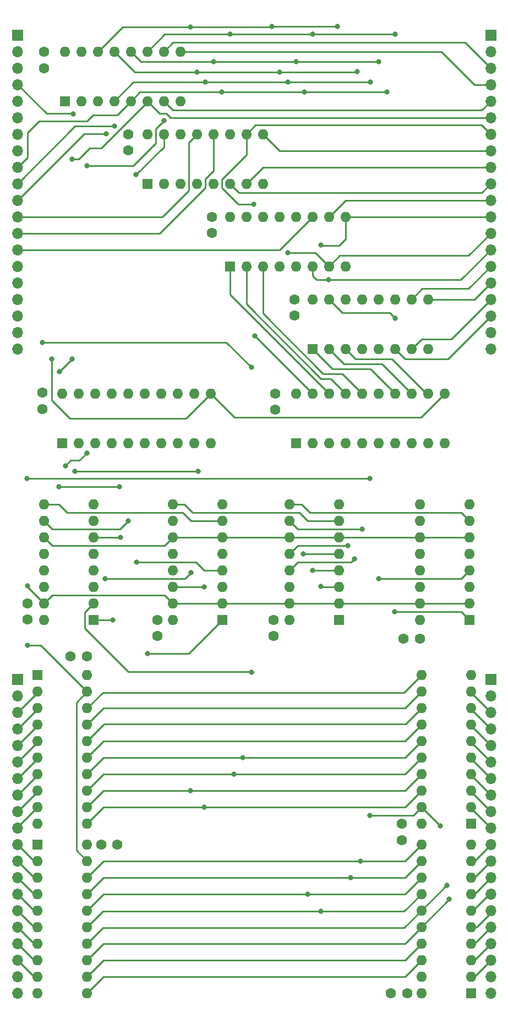
<source format=gbr>
%TF.GenerationSoftware,KiCad,Pcbnew,7.0.6-0*%
%TF.CreationDate,2023-08-04T10:28:54-07:00*%
%TF.ProjectId,V503,56353033-2e6b-4696-9361-645f70636258,rev?*%
%TF.SameCoordinates,Original*%
%TF.FileFunction,Copper,L1,Top*%
%TF.FilePolarity,Positive*%
%FSLAX46Y46*%
G04 Gerber Fmt 4.6, Leading zero omitted, Abs format (unit mm)*
G04 Created by KiCad (PCBNEW 7.0.6-0) date 2023-08-04 10:28:54*
%MOMM*%
%LPD*%
G01*
G04 APERTURE LIST*
%TA.AperFunction,ComponentPad*%
%ADD10R,1.600000X1.600000*%
%TD*%
%TA.AperFunction,ComponentPad*%
%ADD11O,1.600000X1.600000*%
%TD*%
%TA.AperFunction,ComponentPad*%
%ADD12C,1.600000*%
%TD*%
%TA.AperFunction,ComponentPad*%
%ADD13R,1.700000X1.700000*%
%TD*%
%TA.AperFunction,ComponentPad*%
%ADD14O,1.700000X1.700000*%
%TD*%
%TA.AperFunction,ViaPad*%
%ADD15C,0.800000*%
%TD*%
%TA.AperFunction,Conductor*%
%ADD16C,0.250000*%
%TD*%
G04 APERTURE END LIST*
D10*
%TO.P,U4,1,D2*%
%TO.N,HLD5*%
X56388000Y-53975000D03*
D11*
%TO.P,U4,2,D3*%
%TO.N,HLD6*%
X58928000Y-53975000D03*
%TO.P,U4,3,D4*%
%TO.N,HLD7*%
X61468000Y-53975000D03*
%TO.P,U4,4,Rb*%
%TO.N,Rb*%
X64008000Y-53975000D03*
%TO.P,U4,5,Ra*%
%TO.N,Ra*%
X66548000Y-53975000D03*
%TO.P,U4,6,Q4*%
%TO.N,SYSADDR7*%
X69088000Y-53975000D03*
%TO.P,U4,7,Q3*%
%TO.N,SYSADDR6*%
X71628000Y-53975000D03*
%TO.P,U4,8,GND*%
%TO.N,GND*%
X74168000Y-53975000D03*
%TO.P,U4,9,Q2*%
%TO.N,SYSADDR5*%
X74168000Y-46355000D03*
%TO.P,U4,10,Q1*%
%TO.N,SYSADDR4*%
X71628000Y-46355000D03*
%TO.P,U4,11,~{Er}*%
%TO.N,~{Er}*%
X69088000Y-46355000D03*
%TO.P,U4,12,~{Ew}*%
%TO.N,~{Ew}*%
X66548000Y-46355000D03*
%TO.P,U4,13,Wb*%
%TO.N,Wb*%
X64008000Y-46355000D03*
%TO.P,U4,14,Wa*%
%TO.N,Wa*%
X61468000Y-46355000D03*
%TO.P,U4,15,D1*%
%TO.N,HLD4*%
X58928000Y-46355000D03*
%TO.P,U4,16,VCC*%
%TO.N,VCC*%
X56388000Y-46355000D03*
%TD*%
D10*
%TO.P,U3,1,OE*%
%TO.N,GND*%
X43307000Y-93853000D03*
D11*
%TO.P,U3,2,D0*%
%TO.N,SUM0*%
X45847000Y-93853000D03*
%TO.P,U3,3,D1*%
%TO.N,SUM1*%
X48387000Y-93853000D03*
%TO.P,U3,4,D2*%
%TO.N,SUM2*%
X50927000Y-93853000D03*
%TO.P,U3,5,D3*%
%TO.N,SUM3*%
X53467000Y-93853000D03*
%TO.P,U3,6,D4*%
%TO.N,SUM4*%
X56007000Y-93853000D03*
%TO.P,U3,7,D5*%
%TO.N,SUM5*%
X58547000Y-93853000D03*
%TO.P,U3,8,D6*%
%TO.N,SUM6*%
X61087000Y-93853000D03*
%TO.P,U3,9,D7*%
%TO.N,SUM7*%
X63627000Y-93853000D03*
%TO.P,U3,10,GND*%
%TO.N,GND*%
X66167000Y-93853000D03*
%TO.P,U3,11,Cp*%
%TO.N,SYSCLK*%
X66167000Y-86233000D03*
%TO.P,U3,12,Q7*%
%TO.N,HLD7*%
X63627000Y-86233000D03*
%TO.P,U3,13,Q6*%
%TO.N,HLD6*%
X61087000Y-86233000D03*
%TO.P,U3,14,Q5*%
%TO.N,HLD5*%
X58547000Y-86233000D03*
%TO.P,U3,15,Q4*%
%TO.N,HLD4*%
X56007000Y-86233000D03*
%TO.P,U3,16,Q3*%
%TO.N,HLD3*%
X53467000Y-86233000D03*
%TO.P,U3,17,Q2*%
%TO.N,HLD2*%
X50927000Y-86233000D03*
%TO.P,U3,18,Q1*%
%TO.N,HLD1*%
X48387000Y-86233000D03*
%TO.P,U3,19,Q0*%
%TO.N,HLD0*%
X45847000Y-86233000D03*
%TO.P,U3,20,VCC*%
%TO.N,VCC*%
X43307000Y-86233000D03*
%TD*%
D12*
%TO.P,C9,1*%
%TO.N,VCC*%
X78994000Y-71775000D03*
%TO.P,C9,2*%
%TO.N,GND*%
X78994000Y-74275000D03*
%TD*%
%TO.P,C5,1*%
%TO.N,VCC*%
X57912000Y-121031000D03*
%TO.P,C5,2*%
%TO.N,GND*%
X57912000Y-123531000D03*
%TD*%
D10*
%TO.P,U12,1,A->B*%
%TO.N,VCC*%
X39497000Y-155575000D03*
D11*
%TO.P,U12,2,A0*%
%TO.N,ALU8*%
X39497000Y-158115000D03*
%TO.P,U12,3,A1*%
%TO.N,ALU9*%
X39497000Y-160655000D03*
%TO.P,U12,4,A2*%
%TO.N,ALU10*%
X39497000Y-163195000D03*
%TO.P,U12,5,A3*%
%TO.N,ALU11*%
X39497000Y-165735000D03*
%TO.P,U12,6,A4*%
%TO.N,ALU12*%
X39497000Y-168275000D03*
%TO.P,U12,7,A5*%
%TO.N,ALU13*%
X39497000Y-170815000D03*
%TO.P,U12,8,A6*%
%TO.N,ALU14*%
X39497000Y-173355000D03*
%TO.P,U12,9,A7*%
%TO.N,ALU15*%
X39497000Y-175895000D03*
%TO.P,U12,10,GND*%
%TO.N,GND*%
X39497000Y-178435000D03*
%TO.P,U12,11,B7*%
%TO.N,SYSADDR15*%
X47117000Y-178435000D03*
%TO.P,U12,12,B6*%
%TO.N,SYSADDR14*%
X47117000Y-175895000D03*
%TO.P,U12,13,B5*%
%TO.N,SYSADDR13*%
X47117000Y-173355000D03*
%TO.P,U12,14,B4*%
%TO.N,SYSADDR12*%
X47117000Y-170815000D03*
%TO.P,U12,15,B3*%
%TO.N,SYSADDR11*%
X47117000Y-168275000D03*
%TO.P,U12,16,B2*%
%TO.N,SYSADDR10*%
X47117000Y-165735000D03*
%TO.P,U12,17,B1*%
%TO.N,SYSADDR9*%
X47117000Y-163195000D03*
%TO.P,U12,18,B0*%
%TO.N,SYSADDR8*%
X47117000Y-160655000D03*
%TO.P,U12,19,CE*%
%TO.N,~{ALUtoA}*%
X47117000Y-158115000D03*
%TO.P,U12,20,VCC*%
%TO.N,VCC*%
X47117000Y-155575000D03*
%TD*%
D12*
%TO.P,C7,1*%
%TO.N,VCC*%
X66294000Y-59075000D03*
%TO.P,C7,2*%
%TO.N,GND*%
X66294000Y-61575000D03*
%TD*%
D10*
%TO.P,U9,1,D2*%
%TO.N,HLD13*%
X81803000Y-79365000D03*
D11*
%TO.P,U9,2,D3*%
%TO.N,HLD14*%
X84343000Y-79365000D03*
%TO.P,U9,3,D4*%
%TO.N,HLD15*%
X86883000Y-79365000D03*
%TO.P,U9,4,Rb*%
%TO.N,Rb*%
X89423000Y-79365000D03*
%TO.P,U9,5,Ra*%
%TO.N,Ra*%
X91963000Y-79365000D03*
%TO.P,U9,6,Q4*%
%TO.N,SYSADDR15*%
X94503000Y-79365000D03*
%TO.P,U9,7,Q3*%
%TO.N,SYSADDR14*%
X97043000Y-79365000D03*
%TO.P,U9,8,GND*%
%TO.N,GND*%
X99583000Y-79365000D03*
%TO.P,U9,9,Q2*%
%TO.N,SYSADDR13*%
X99583000Y-71745000D03*
%TO.P,U9,10,Q1*%
%TO.N,SYSADDR12*%
X97043000Y-71745000D03*
%TO.P,U9,11,~{Er}*%
%TO.N,~{Er}*%
X94503000Y-71745000D03*
%TO.P,U9,12,~{Ew}*%
%TO.N,~{Ew}*%
X91963000Y-71745000D03*
%TO.P,U9,13,Wb*%
%TO.N,Wb*%
X89423000Y-71745000D03*
%TO.P,U9,14,Wa*%
%TO.N,Wa*%
X86883000Y-71745000D03*
%TO.P,U9,15,D1*%
%TO.N,HLD12*%
X84343000Y-71745000D03*
%TO.P,U9,16,VCC*%
%TO.N,VCC*%
X81803000Y-71745000D03*
%TD*%
D10*
%TO.P,U6,1,OE*%
%TO.N,GND*%
X79248000Y-93853000D03*
D11*
%TO.P,U6,2,D0*%
%TO.N,SUM8*%
X81788000Y-93853000D03*
%TO.P,U6,3,D1*%
%TO.N,SUM9*%
X84328000Y-93853000D03*
%TO.P,U6,4,D2*%
%TO.N,SUM10*%
X86868000Y-93853000D03*
%TO.P,U6,5,D3*%
%TO.N,SUM11*%
X89408000Y-93853000D03*
%TO.P,U6,6,D4*%
%TO.N,SUM12*%
X91948000Y-93853000D03*
%TO.P,U6,7,D5*%
%TO.N,SUM13*%
X94488000Y-93853000D03*
%TO.P,U6,8,D6*%
%TO.N,SUM14*%
X97028000Y-93853000D03*
%TO.P,U6,9,D7*%
%TO.N,SUM15*%
X99568000Y-93853000D03*
%TO.P,U6,10,GND*%
%TO.N,GND*%
X102108000Y-93853000D03*
%TO.P,U6,11,Cp*%
%TO.N,SYSCLK*%
X102108000Y-86233000D03*
%TO.P,U6,12,Q7*%
%TO.N,HLD15*%
X99568000Y-86233000D03*
%TO.P,U6,13,Q6*%
%TO.N,HLD14*%
X97028000Y-86233000D03*
%TO.P,U6,14,Q5*%
%TO.N,HLD13*%
X94488000Y-86233000D03*
%TO.P,U6,15,Q4*%
%TO.N,HLD12*%
X91948000Y-86233000D03*
%TO.P,U6,16,Q3*%
%TO.N,HLD11*%
X89408000Y-86233000D03*
%TO.P,U6,17,Q2*%
%TO.N,HLD10*%
X86868000Y-86233000D03*
%TO.P,U6,18,Q1*%
%TO.N,HLD9*%
X84328000Y-86233000D03*
%TO.P,U6,19,Q0*%
%TO.N,HLD8*%
X81788000Y-86233000D03*
%TO.P,U6,20,VCC*%
%TO.N,VCC*%
X79248000Y-86233000D03*
%TD*%
D10*
%TO.P,U2,1,S2*%
%TO.N,SUM1*%
X48123000Y-121016000D03*
D11*
%TO.P,U2,2,B2*%
%TO.N,SRC2:1*%
X48123000Y-118476000D03*
%TO.P,U2,3,A2*%
%TO.N,SYSADDR1*%
X48123000Y-115936000D03*
%TO.P,U2,4,S1*%
%TO.N,SUM0*%
X48123000Y-113396000D03*
%TO.P,U2,5,A1*%
%TO.N,SYSADDR0*%
X48123000Y-110856000D03*
%TO.P,U2,6,B1*%
%TO.N,SRC2:0*%
X48123000Y-108316000D03*
%TO.P,U2,7,C0*%
%TO.N,GND*%
X48123000Y-105776000D03*
%TO.P,U2,8,GND*%
X48123000Y-103236000D03*
%TO.P,U2,9,C4*%
%TO.N,CO4*%
X40503000Y-103236000D03*
%TO.P,U2,10,S4*%
%TO.N,SUM3*%
X40503000Y-105776000D03*
%TO.P,U2,11,B4*%
%TO.N,SRC2:2*%
X40503000Y-108316000D03*
%TO.P,U2,12,A4*%
%TO.N,SYSADDR3*%
X40503000Y-110856000D03*
%TO.P,U2,13,S3*%
%TO.N,SUM2*%
X40503000Y-113396000D03*
%TO.P,U2,14,A3*%
%TO.N,SYSADDR2*%
X40503000Y-115936000D03*
%TO.P,U2,15,B3*%
%TO.N,SRC2:2*%
X40503000Y-118476000D03*
%TO.P,U2,16,VCC*%
%TO.N,VCC*%
X40503000Y-121016000D03*
%TD*%
D10*
%TO.P,U1,1,D2*%
%TO.N,HLD1*%
X43688000Y-41275000D03*
D11*
%TO.P,U1,2,D3*%
%TO.N,HLD2*%
X46228000Y-41275000D03*
%TO.P,U1,3,D4*%
%TO.N,HLD3*%
X48768000Y-41275000D03*
%TO.P,U1,4,Rb*%
%TO.N,Rb*%
X51308000Y-41275000D03*
%TO.P,U1,5,Ra*%
%TO.N,Ra*%
X53848000Y-41275000D03*
%TO.P,U1,6,Q4*%
%TO.N,SYSADDR3*%
X56388000Y-41275000D03*
%TO.P,U1,7,Q3*%
%TO.N,SYSADDR2*%
X58928000Y-41275000D03*
%TO.P,U1,8,GND*%
%TO.N,GND*%
X61468000Y-41275000D03*
%TO.P,U1,9,Q2*%
%TO.N,SYSADDR1*%
X61468000Y-33655000D03*
%TO.P,U1,10,Q1*%
%TO.N,SYSADDR0*%
X58928000Y-33655000D03*
%TO.P,U1,11,~{Er}*%
%TO.N,~{Er}*%
X56388000Y-33655000D03*
%TO.P,U1,12,~{Ew}*%
%TO.N,~{Ew}*%
X53848000Y-33655000D03*
%TO.P,U1,13,Wb*%
%TO.N,Wb*%
X51308000Y-33655000D03*
%TO.P,U1,14,Wa*%
%TO.N,Wa*%
X48768000Y-33655000D03*
%TO.P,U1,15,D1*%
%TO.N,HLD0*%
X46228000Y-33655000D03*
%TO.P,U1,16,VCC*%
%TO.N,VCC*%
X43688000Y-33655000D03*
%TD*%
D12*
%TO.P,C13,1*%
%TO.N,VCC*%
X95504000Y-152400000D03*
%TO.P,C13,2*%
%TO.N,GND*%
X95504000Y-154900000D03*
%TD*%
D10*
%TO.P,U7,1,D2*%
%TO.N,HLD9*%
X69103000Y-66665000D03*
D11*
%TO.P,U7,2,D3*%
%TO.N,HLD10*%
X71643000Y-66665000D03*
%TO.P,U7,3,D4*%
%TO.N,HLD11*%
X74183000Y-66665000D03*
%TO.P,U7,4,Rb*%
%TO.N,Rb*%
X76723000Y-66665000D03*
%TO.P,U7,5,Ra*%
%TO.N,Ra*%
X79263000Y-66665000D03*
%TO.P,U7,6,Q4*%
%TO.N,SYSADDR11*%
X81803000Y-66665000D03*
%TO.P,U7,7,Q3*%
%TO.N,SYSADDR10*%
X84343000Y-66665000D03*
%TO.P,U7,8,GND*%
%TO.N,GND*%
X86883000Y-66665000D03*
%TO.P,U7,9,Q2*%
%TO.N,SYSADDR9*%
X86883000Y-59045000D03*
%TO.P,U7,10,Q1*%
%TO.N,SYSADDR8*%
X84343000Y-59045000D03*
%TO.P,U7,11,~{Er}*%
%TO.N,~{Er}*%
X81803000Y-59045000D03*
%TO.P,U7,12,~{Ew}*%
%TO.N,~{Ew}*%
X79263000Y-59045000D03*
%TO.P,U7,13,Wb*%
%TO.N,Wb*%
X76723000Y-59045000D03*
%TO.P,U7,14,Wa*%
%TO.N,Wa*%
X74183000Y-59045000D03*
%TO.P,U7,15,D1*%
%TO.N,HLD8*%
X71643000Y-59045000D03*
%TO.P,U7,16,VCC*%
%TO.N,VCC*%
X69103000Y-59045000D03*
%TD*%
D10*
%TO.P,U5,1,S2*%
%TO.N,SUM5*%
X67945000Y-121031000D03*
D11*
%TO.P,U5,2,B2*%
%TO.N,SRC2:2*%
X67945000Y-118491000D03*
%TO.P,U5,3,A2*%
%TO.N,SYSADDR5*%
X67945000Y-115951000D03*
%TO.P,U5,4,S1*%
%TO.N,SUM4*%
X67945000Y-113411000D03*
%TO.P,U5,5,A1*%
%TO.N,SYSADDR4*%
X67945000Y-110871000D03*
%TO.P,U5,6,B1*%
%TO.N,SRC2:2*%
X67945000Y-108331000D03*
%TO.P,U5,7,C0*%
%TO.N,CO4*%
X67945000Y-105791000D03*
%TO.P,U5,8,GND*%
%TO.N,GND*%
X67945000Y-103251000D03*
%TO.P,U5,9,C4*%
%TO.N,CO8*%
X60325000Y-103251000D03*
%TO.P,U5,10,S4*%
%TO.N,SUM7*%
X60325000Y-105791000D03*
%TO.P,U5,11,B4*%
%TO.N,SRC2:2*%
X60325000Y-108331000D03*
%TO.P,U5,12,A4*%
%TO.N,SYSADDR7*%
X60325000Y-110871000D03*
%TO.P,U5,13,S3*%
%TO.N,SUM6*%
X60325000Y-113411000D03*
%TO.P,U5,14,A3*%
%TO.N,SYSADDR6*%
X60325000Y-115951000D03*
%TO.P,U5,15,B3*%
%TO.N,SRC2:2*%
X60325000Y-118491000D03*
%TO.P,U5,16,VCC*%
%TO.N,VCC*%
X60325000Y-121031000D03*
%TD*%
D12*
%TO.P,C14,1*%
%TO.N,VCC*%
X96373000Y-178435000D03*
%TO.P,C14,2*%
%TO.N,GND*%
X93873000Y-178435000D03*
%TD*%
D10*
%TO.P,U10,1,S2*%
%TO.N,SUM13*%
X105918000Y-121031000D03*
D11*
%TO.P,U10,2,B2*%
%TO.N,SRC2:2*%
X105918000Y-118491000D03*
%TO.P,U10,3,A2*%
%TO.N,SYSADDR13*%
X105918000Y-115951000D03*
%TO.P,U10,4,S1*%
%TO.N,SUM12*%
X105918000Y-113411000D03*
%TO.P,U10,5,A1*%
%TO.N,SYSADDR12*%
X105918000Y-110871000D03*
%TO.P,U10,6,B1*%
%TO.N,SRC2:2*%
X105918000Y-108331000D03*
%TO.P,U10,7,C0*%
%TO.N,CO12*%
X105918000Y-105791000D03*
%TO.P,U10,8,GND*%
%TO.N,GND*%
X105918000Y-103251000D03*
%TO.P,U10,9,C4*%
%TO.N,unconnected-(U10-C4-Pad9)*%
X98298000Y-103251000D03*
%TO.P,U10,10,S4*%
%TO.N,SUM15*%
X98298000Y-105791000D03*
%TO.P,U10,11,B4*%
%TO.N,SRC2:2*%
X98298000Y-108331000D03*
%TO.P,U10,12,A4*%
%TO.N,SYSADDR15*%
X98298000Y-110871000D03*
%TO.P,U10,13,S3*%
%TO.N,SUM14*%
X98298000Y-113411000D03*
%TO.P,U10,14,A3*%
%TO.N,SYSADDR14*%
X98298000Y-115951000D03*
%TO.P,U10,15,B3*%
%TO.N,SRC2:2*%
X98298000Y-118491000D03*
%TO.P,U10,16,VCC*%
%TO.N,VCC*%
X98298000Y-121031000D03*
%TD*%
D12*
%TO.P,C3,1*%
%TO.N,VCC*%
X40259000Y-86126000D03*
%TO.P,C3,2*%
%TO.N,GND*%
X40259000Y-88626000D03*
%TD*%
%TO.P,C11,1*%
%TO.N,VCC*%
X47097000Y-126619000D03*
%TO.P,C11,2*%
%TO.N,GND*%
X44597000Y-126619000D03*
%TD*%
%TO.P,C8,1*%
%TO.N,VCC*%
X75819000Y-121051000D03*
%TO.P,C8,2*%
%TO.N,GND*%
X75819000Y-123551000D03*
%TD*%
D13*
%TO.P,J1,1,Pin_1*%
%TO.N,VCC*%
X36449000Y-31115000D03*
D14*
%TO.P,J1,2,Pin_2*%
X36449000Y-33655000D03*
%TO.P,J1,3,Pin_3*%
%TO.N,SYSCLK*%
X36449000Y-36195000D03*
%TO.P,J1,4,Pin_4*%
%TO.N,SRC2:0*%
X36449000Y-38735000D03*
%TO.P,J1,5,Pin_5*%
%TO.N,SRC2:1*%
X36449000Y-41275000D03*
%TO.P,J1,6,Pin_6*%
%TO.N,SRC2:2*%
X36449000Y-43815000D03*
%TO.P,J1,7,Pin_7*%
%TO.N,VCC*%
X36449000Y-46355000D03*
%TO.P,J1,8,Pin_8*%
X36449000Y-48895000D03*
%TO.P,J1,9,Pin_9*%
%TO.N,Ra*%
X36449000Y-51435000D03*
%TO.P,J1,10,Pin_10*%
%TO.N,Rb*%
X36449000Y-53975000D03*
%TO.P,J1,11,Pin_11*%
%TO.N,Wa*%
X36449000Y-56515000D03*
%TO.P,J1,12,Pin_12*%
%TO.N,Wb*%
X36449000Y-59055000D03*
%TO.P,J1,13,Pin_13*%
%TO.N,~{Ew}*%
X36449000Y-61595000D03*
%TO.P,J1,14,Pin_14*%
%TO.N,~{Er}*%
X36449000Y-64135000D03*
%TO.P,J1,15,Pin_15*%
%TO.N,VCC*%
X36449000Y-66675000D03*
%TO.P,J1,16,Pin_16*%
X36449000Y-69215000D03*
%TO.P,J1,17,Pin_17*%
%TO.N,~{ALUtoA}*%
X36449000Y-71755000D03*
%TO.P,J1,18,Pin_18*%
%TO.N,~{AtoD}*%
X36449000Y-74295000D03*
%TO.P,J1,19,Pin_19*%
%TO.N,VCC*%
X36449000Y-76835000D03*
%TO.P,J1,20,Pin_20*%
X36449000Y-79375000D03*
%TD*%
D12*
%TO.P,C6,1*%
%TO.N,VCC*%
X76073000Y-86233000D03*
%TO.P,C6,2*%
%TO.N,GND*%
X76073000Y-88733000D03*
%TD*%
D13*
%TO.P,J2,1,Pin_1*%
%TO.N,GND*%
X109220000Y-31115000D03*
D14*
%TO.P,J2,2,Pin_2*%
X109220000Y-33655000D03*
%TO.P,J2,3,Pin_3*%
%TO.N,SYSADDR0*%
X109220000Y-36195000D03*
%TO.P,J2,4,Pin_4*%
%TO.N,SYSADDR1*%
X109220000Y-38735000D03*
%TO.P,J2,5,Pin_5*%
%TO.N,SYSADDR2*%
X109220000Y-41275000D03*
%TO.P,J2,6,Pin_6*%
%TO.N,SYSADDR3*%
X109220000Y-43815000D03*
%TO.P,J2,7,Pin_7*%
%TO.N,SYSADDR4*%
X109220000Y-46355000D03*
%TO.P,J2,8,Pin_8*%
%TO.N,SYSADDR5*%
X109220000Y-48895000D03*
%TO.P,J2,9,Pin_9*%
%TO.N,SYSADDR6*%
X109220000Y-51435000D03*
%TO.P,J2,10,Pin_10*%
%TO.N,SYSADDR7*%
X109220000Y-53975000D03*
%TO.P,J2,11,Pin_11*%
%TO.N,SYSADDR8*%
X109220000Y-56515000D03*
%TO.P,J2,12,Pin_12*%
%TO.N,SYSADDR9*%
X109220000Y-59055000D03*
%TO.P,J2,13,Pin_13*%
%TO.N,SYSADDR10*%
X109220000Y-61595000D03*
%TO.P,J2,14,Pin_14*%
%TO.N,SYSADDR11*%
X109220000Y-64135000D03*
%TO.P,J2,15,Pin_15*%
%TO.N,SYSADDR12*%
X109220000Y-66675000D03*
%TO.P,J2,16,Pin_16*%
%TO.N,SYSADDR13*%
X109220000Y-69215000D03*
%TO.P,J2,17,Pin_17*%
%TO.N,SYSADDR14*%
X109220000Y-71755000D03*
%TO.P,J2,18,Pin_18*%
%TO.N,SYSADDR15*%
X109220000Y-74295000D03*
%TO.P,J2,19,Pin_19*%
%TO.N,GND*%
X109220000Y-76835000D03*
%TO.P,J2,20,Pin_20*%
X109220000Y-79375000D03*
%TD*%
D10*
%TO.P,U11,1,A->B*%
%TO.N,VCC*%
X39497000Y-129540000D03*
D11*
%TO.P,U11,2,A0*%
%TO.N,ALU0*%
X39497000Y-132080000D03*
%TO.P,U11,3,A1*%
%TO.N,ALU1*%
X39497000Y-134620000D03*
%TO.P,U11,4,A2*%
%TO.N,ALU2*%
X39497000Y-137160000D03*
%TO.P,U11,5,A3*%
%TO.N,ALU3*%
X39497000Y-139700000D03*
%TO.P,U11,6,A4*%
%TO.N,ALU4*%
X39497000Y-142240000D03*
%TO.P,U11,7,A5*%
%TO.N,ALU5*%
X39497000Y-144780000D03*
%TO.P,U11,8,A6*%
%TO.N,ALU6*%
X39497000Y-147320000D03*
%TO.P,U11,9,A7*%
%TO.N,ALU7*%
X39497000Y-149860000D03*
%TO.P,U11,10,GND*%
%TO.N,GND*%
X39497000Y-152400000D03*
%TO.P,U11,11,B7*%
%TO.N,SYSADDR7*%
X47117000Y-152400000D03*
%TO.P,U11,12,B6*%
%TO.N,SYSADDR6*%
X47117000Y-149860000D03*
%TO.P,U11,13,B5*%
%TO.N,SYSADDR5*%
X47117000Y-147320000D03*
%TO.P,U11,14,B4*%
%TO.N,SYSADDR4*%
X47117000Y-144780000D03*
%TO.P,U11,15,B3*%
%TO.N,SYSADDR3*%
X47117000Y-142240000D03*
%TO.P,U11,16,B2*%
%TO.N,SYSADDR2*%
X47117000Y-139700000D03*
%TO.P,U11,17,B1*%
%TO.N,SYSADDR1*%
X47117000Y-137160000D03*
%TO.P,U11,18,B0*%
%TO.N,SYSADDR0*%
X47117000Y-134620000D03*
%TO.P,U11,19,CE*%
%TO.N,~{ALUtoA}*%
X47117000Y-132080000D03*
%TO.P,U11,20,VCC*%
%TO.N,VCC*%
X47117000Y-129540000D03*
%TD*%
D13*
%TO.P,J4,1,Pin_1*%
%TO.N,GND*%
X109220000Y-130175000D03*
D14*
%TO.P,J4,2,Pin_2*%
X109220000Y-132715000D03*
%TO.P,J4,3,Pin_3*%
%TO.N,SYSDATA0*%
X109220000Y-135255000D03*
%TO.P,J4,4,Pin_4*%
%TO.N,SYSDATA1*%
X109220000Y-137795000D03*
%TO.P,J4,5,Pin_5*%
%TO.N,SYSDATA2*%
X109220000Y-140335000D03*
%TO.P,J4,6,Pin_6*%
%TO.N,SYSDATA3*%
X109220000Y-142875000D03*
%TO.P,J4,7,Pin_7*%
%TO.N,SYSDATA4*%
X109220000Y-145415000D03*
%TO.P,J4,8,Pin_8*%
%TO.N,SYSDATA5*%
X109220000Y-147955000D03*
%TO.P,J4,9,Pin_9*%
%TO.N,SYSDATA6*%
X109220000Y-150495000D03*
%TO.P,J4,10,Pin_10*%
%TO.N,SYSDATA7*%
X109220000Y-153035000D03*
%TO.P,J4,11,Pin_11*%
%TO.N,SYSDATA8*%
X109220000Y-155575000D03*
%TO.P,J4,12,Pin_12*%
%TO.N,SYSDATA9*%
X109220000Y-158115000D03*
%TO.P,J4,13,Pin_13*%
%TO.N,SYSDATA10*%
X109220000Y-160655000D03*
%TO.P,J4,14,Pin_14*%
%TO.N,SYSDATA11*%
X109220000Y-163195000D03*
%TO.P,J4,15,Pin_15*%
%TO.N,SYSDATA12*%
X109220000Y-165735000D03*
%TO.P,J4,16,Pin_16*%
%TO.N,SYSDATA13*%
X109220000Y-168275000D03*
%TO.P,J4,17,Pin_17*%
%TO.N,SYSDATA14*%
X109220000Y-170815000D03*
%TO.P,J4,18,Pin_18*%
%TO.N,SYSDATA15*%
X109220000Y-173355000D03*
%TO.P,J4,19,Pin_19*%
%TO.N,GND*%
X109220000Y-175895000D03*
%TO.P,J4,20,Pin_20*%
X109220000Y-178435000D03*
%TD*%
D12*
%TO.P,C1,1*%
%TO.N,VCC*%
X40513000Y-33695000D03*
%TO.P,C1,2*%
%TO.N,GND*%
X40513000Y-36195000D03*
%TD*%
%TO.P,C12,1*%
%TO.N,VCC*%
X49276000Y-155575000D03*
%TO.P,C12,2*%
%TO.N,GND*%
X51776000Y-155575000D03*
%TD*%
D10*
%TO.P,U8,1,S2*%
%TO.N,SUM9*%
X85852000Y-121031000D03*
D11*
%TO.P,U8,2,B2*%
%TO.N,SRC2:2*%
X85852000Y-118491000D03*
%TO.P,U8,3,A2*%
%TO.N,SYSADDR9*%
X85852000Y-115951000D03*
%TO.P,U8,4,S1*%
%TO.N,SUM8*%
X85852000Y-113411000D03*
%TO.P,U8,5,A1*%
%TO.N,SYSADDR8*%
X85852000Y-110871000D03*
%TO.P,U8,6,B1*%
%TO.N,SRC2:2*%
X85852000Y-108331000D03*
%TO.P,U8,7,C0*%
%TO.N,CO8*%
X85852000Y-105791000D03*
%TO.P,U8,8,GND*%
%TO.N,GND*%
X85852000Y-103251000D03*
%TO.P,U8,9,C4*%
%TO.N,CO12*%
X78232000Y-103251000D03*
%TO.P,U8,10,S4*%
%TO.N,SUM11*%
X78232000Y-105791000D03*
%TO.P,U8,11,B4*%
%TO.N,SRC2:2*%
X78232000Y-108331000D03*
%TO.P,U8,12,A4*%
%TO.N,SYSADDR11*%
X78232000Y-110871000D03*
%TO.P,U8,13,S3*%
%TO.N,SUM10*%
X78232000Y-113411000D03*
%TO.P,U8,14,A3*%
%TO.N,SYSADDR10*%
X78232000Y-115951000D03*
%TO.P,U8,15,B3*%
%TO.N,SRC2:2*%
X78232000Y-118491000D03*
%TO.P,U8,16,VCC*%
%TO.N,VCC*%
X78232000Y-121031000D03*
%TD*%
D12*
%TO.P,C4,1*%
%TO.N,VCC*%
X53467000Y-46375000D03*
%TO.P,C4,2*%
%TO.N,GND*%
X53467000Y-48875000D03*
%TD*%
D10*
%TO.P,U13,1,A->B*%
%TO.N,GND*%
X106172000Y-152400000D03*
D11*
%TO.P,U13,2,A0*%
%TO.N,SYSDATA7*%
X106172000Y-149860000D03*
%TO.P,U13,3,A1*%
%TO.N,SYSDATA6*%
X106172000Y-147320000D03*
%TO.P,U13,4,A2*%
%TO.N,SYSDATA5*%
X106172000Y-144780000D03*
%TO.P,U13,5,A3*%
%TO.N,SYSDATA4*%
X106172000Y-142240000D03*
%TO.P,U13,6,A4*%
%TO.N,SYSDATA3*%
X106172000Y-139700000D03*
%TO.P,U13,7,A5*%
%TO.N,SYSDATA2*%
X106172000Y-137160000D03*
%TO.P,U13,8,A6*%
%TO.N,SYSDATA1*%
X106172000Y-134620000D03*
%TO.P,U13,9,A7*%
%TO.N,SYSDATA0*%
X106172000Y-132080000D03*
%TO.P,U13,10,GND*%
%TO.N,GND*%
X106172000Y-129540000D03*
%TO.P,U13,11,B7*%
%TO.N,SYSADDR0*%
X98552000Y-129540000D03*
%TO.P,U13,12,B6*%
%TO.N,SYSADDR1*%
X98552000Y-132080000D03*
%TO.P,U13,13,B5*%
%TO.N,SYSADDR2*%
X98552000Y-134620000D03*
%TO.P,U13,14,B4*%
%TO.N,SYSADDR3*%
X98552000Y-137160000D03*
%TO.P,U13,15,B3*%
%TO.N,SYSADDR4*%
X98552000Y-139700000D03*
%TO.P,U13,16,B2*%
%TO.N,SYSADDR5*%
X98552000Y-142240000D03*
%TO.P,U13,17,B1*%
%TO.N,SYSADDR6*%
X98552000Y-144780000D03*
%TO.P,U13,18,B0*%
%TO.N,SYSADDR7*%
X98552000Y-147320000D03*
%TO.P,U13,19,CE*%
%TO.N,~{AtoD}*%
X98552000Y-149860000D03*
%TO.P,U13,20,VCC*%
%TO.N,VCC*%
X98552000Y-152400000D03*
%TD*%
D12*
%TO.P,C2,1*%
%TO.N,VCC*%
X37973000Y-121011000D03*
%TO.P,C2,2*%
%TO.N,GND*%
X37973000Y-118511000D03*
%TD*%
D13*
%TO.P,J3,1,Pin_1*%
%TO.N,VCC*%
X36449000Y-130175000D03*
D14*
%TO.P,J3,2,Pin_2*%
X36449000Y-132715000D03*
%TO.P,J3,3,Pin_3*%
%TO.N,ALU0*%
X36449000Y-135255000D03*
%TO.P,J3,4,Pin_4*%
%TO.N,ALU1*%
X36449000Y-137795000D03*
%TO.P,J3,5,Pin_5*%
%TO.N,ALU2*%
X36449000Y-140335000D03*
%TO.P,J3,6,Pin_6*%
%TO.N,ALU3*%
X36449000Y-142875000D03*
%TO.P,J3,7,Pin_7*%
%TO.N,ALU4*%
X36449000Y-145415000D03*
%TO.P,J3,8,Pin_8*%
%TO.N,ALU5*%
X36449000Y-147955000D03*
%TO.P,J3,9,Pin_9*%
%TO.N,ALU6*%
X36449000Y-150495000D03*
%TO.P,J3,10,Pin_10*%
%TO.N,ALU7*%
X36449000Y-153035000D03*
%TO.P,J3,11,Pin_11*%
%TO.N,ALU8*%
X36449000Y-155575000D03*
%TO.P,J3,12,Pin_12*%
%TO.N,ALU9*%
X36449000Y-158115000D03*
%TO.P,J3,13,Pin_13*%
%TO.N,ALU10*%
X36449000Y-160655000D03*
%TO.P,J3,14,Pin_14*%
%TO.N,ALU11*%
X36449000Y-163195000D03*
%TO.P,J3,15,Pin_15*%
%TO.N,ALU12*%
X36449000Y-165735000D03*
%TO.P,J3,16,Pin_16*%
%TO.N,ALU13*%
X36449000Y-168275000D03*
%TO.P,J3,17,Pin_17*%
%TO.N,ALU14*%
X36449000Y-170815000D03*
%TO.P,J3,18,Pin_18*%
%TO.N,ALU15*%
X36449000Y-173355000D03*
%TO.P,J3,19,Pin_19*%
%TO.N,VCC*%
X36449000Y-175895000D03*
%TO.P,J3,20,Pin_20*%
X36449000Y-178435000D03*
%TD*%
D10*
%TO.P,U14,1,A->B*%
%TO.N,GND*%
X106172000Y-178435000D03*
D11*
%TO.P,U14,2,A0*%
%TO.N,SYSDATA15*%
X106172000Y-175895000D03*
%TO.P,U14,3,A1*%
%TO.N,SYSDATA14*%
X106172000Y-173355000D03*
%TO.P,U14,4,A2*%
%TO.N,SYSDATA13*%
X106172000Y-170815000D03*
%TO.P,U14,5,A3*%
%TO.N,SYSDATA12*%
X106172000Y-168275000D03*
%TO.P,U14,6,A4*%
%TO.N,SYSDATA11*%
X106172000Y-165735000D03*
%TO.P,U14,7,A5*%
%TO.N,SYSDATA10*%
X106172000Y-163195000D03*
%TO.P,U14,8,A6*%
%TO.N,SYSDATA9*%
X106172000Y-160655000D03*
%TO.P,U14,9,A7*%
%TO.N,SYSDATA8*%
X106172000Y-158115000D03*
%TO.P,U14,10,GND*%
%TO.N,GND*%
X106172000Y-155575000D03*
%TO.P,U14,11,B7*%
%TO.N,SYSADDR8*%
X98552000Y-155575000D03*
%TO.P,U14,12,B6*%
%TO.N,SYSADDR9*%
X98552000Y-158115000D03*
%TO.P,U14,13,B5*%
%TO.N,SYSADDR10*%
X98552000Y-160655000D03*
%TO.P,U14,14,B4*%
%TO.N,SYSADDR11*%
X98552000Y-163195000D03*
%TO.P,U14,15,B3*%
%TO.N,SYSADDR12*%
X98552000Y-165735000D03*
%TO.P,U14,16,B2*%
%TO.N,SYSADDR13*%
X98552000Y-168275000D03*
%TO.P,U14,17,B1*%
%TO.N,SYSADDR14*%
X98552000Y-170815000D03*
%TO.P,U14,18,B0*%
%TO.N,SYSADDR15*%
X98552000Y-173355000D03*
%TO.P,U14,19,CE*%
%TO.N,~{AtoD}*%
X98552000Y-175895000D03*
%TO.P,U14,20,VCC*%
%TO.N,VCC*%
X98552000Y-178435000D03*
%TD*%
D12*
%TO.P,C10,1*%
%TO.N,VCC*%
X98308800Y-123926600D03*
%TO.P,C10,2*%
%TO.N,GND*%
X95808800Y-123926600D03*
%TD*%
D15*
%TO.N,SYSADDR12*%
X102489000Y-161848800D03*
%TO.N,SRC2:1*%
X72390000Y-129057400D03*
X40259000Y-78359000D03*
X72390000Y-82219800D03*
%TO.N,~{ALUtoA}*%
X37973000Y-124968000D03*
%TO.N,SRC2:0*%
X52298600Y-108331000D03*
X45034200Y-43205400D03*
%TO.N,SRC2:2*%
X37973000Y-115824000D03*
%TO.N,SYSADDR0*%
X63093600Y-113741200D03*
X49885600Y-114681000D03*
%TO.N,SYSADDR1*%
X45212000Y-98171000D03*
X64211200Y-98171000D03*
%TO.N,SYSADDR2*%
X47117000Y-51181000D03*
X43815000Y-97307400D03*
X58928000Y-44297600D03*
X47117000Y-95372701D03*
%TO.N,SYSADDR3*%
X44831000Y-50165000D03*
X42862500Y-82867500D03*
X44831000Y-80899000D03*
%TO.N,SUM1*%
X51104800Y-121031000D03*
%TO.N,SUM2*%
X52070000Y-100584000D03*
X42799000Y-100584000D03*
%TO.N,SUM3*%
X53467000Y-105791000D03*
%TO.N,Rb*%
X77978000Y-38354000D03*
X51308000Y-45110400D03*
X90678000Y-38354000D03*
X65278000Y-38354000D03*
%TO.N,Ra*%
X80518000Y-39878000D03*
X67818000Y-39878000D03*
X93218000Y-39878000D03*
%TO.N,~{Er}*%
X94503000Y-30988000D03*
X81803000Y-30988000D03*
X69088000Y-30988000D03*
%TO.N,~{Ew}*%
X92011500Y-35242500D03*
X66548000Y-35179000D03*
X79248000Y-35179000D03*
%TO.N,Wb*%
X64008000Y-36830000D03*
X76708000Y-36830000D03*
X88646000Y-36703000D03*
%TO.N,Wa*%
X75565000Y-29819600D03*
X85598000Y-29819600D03*
X62992000Y-29845000D03*
X50038000Y-46304200D03*
%TO.N,SUM5*%
X56388000Y-126238000D03*
%TO.N,SYSADDR7*%
X65151000Y-149860000D03*
%TO.N,SYSADDR6*%
X65151000Y-115951000D03*
X62992000Y-147320000D03*
%TO.N,SYSADDR5*%
X69723000Y-144780000D03*
%TO.N,SYSADDR4*%
X72771000Y-57150000D03*
X71069200Y-142240000D03*
%TO.N,SUM4*%
X54737000Y-112141000D03*
%TO.N,SUM10*%
X88290400Y-111633000D03*
%TO.N,SUM11*%
X89408000Y-107061000D03*
%TO.N,SYSADDR11*%
X84302600Y-68757800D03*
X87274400Y-109601000D03*
X83058000Y-165862000D03*
%TO.N,SYSADDR10*%
X77978000Y-64592200D03*
X81026000Y-163195000D03*
%TO.N,SYSADDR9*%
X83108800Y-63423800D03*
X87630000Y-160655000D03*
X83058000Y-115925600D03*
%TO.N,SYSADDR8*%
X89204800Y-158115000D03*
X80391000Y-110871000D03*
%TO.N,SUM8*%
X81788000Y-113411000D03*
%TO.N,SUM13*%
X94462600Y-119761000D03*
%TO.N,SYSADDR13*%
X102844600Y-163982400D03*
%TO.N,SUM12*%
X91948000Y-114681000D03*
%TO.N,SYSCLK*%
X41656000Y-80899000D03*
%TO.N,~{AtoD}*%
X90627200Y-151079200D03*
X90652600Y-99263200D03*
X37846000Y-99314000D03*
X101447600Y-152755600D03*
%TO.N,HLD4*%
X54610000Y-52578000D03*
%TO.N,HLD8*%
X72898000Y-77343000D03*
%TO.N,HLD12*%
X94488000Y-74625200D03*
%TD*%
D16*
%TO.N,SYSADDR10*%
X77978000Y-64592200D02*
X82270200Y-64592200D01*
X82270200Y-64592200D02*
X84343000Y-66665000D01*
%TO.N,~{Er}*%
X36449000Y-64135000D02*
X76708000Y-64135000D01*
X76708000Y-64135000D02*
X81798000Y-59045000D01*
X81798000Y-59045000D02*
X81803000Y-59045000D01*
%TO.N,SYSADDR11*%
X81803000Y-66665000D02*
X81803000Y-68112400D01*
X81803000Y-68112400D02*
X82448400Y-68757800D01*
X104597200Y-68757800D02*
X109220000Y-64135000D01*
X82448400Y-68757800D02*
X104597200Y-68757800D01*
%TO.N,HLD12*%
X86385000Y-73787000D02*
X84343000Y-71745000D01*
X94488000Y-74625200D02*
X93649800Y-73787000D01*
X93649800Y-73787000D02*
X86385000Y-73787000D01*
%TO.N,SYSADDR11*%
X87274400Y-109601000D02*
X79502000Y-109601000D01*
X79502000Y-109601000D02*
X78232000Y-110871000D01*
%TO.N,SUM10*%
X79502000Y-112141000D02*
X78232000Y-113411000D01*
X88290400Y-111633000D02*
X87782400Y-112141000D01*
X87782400Y-112141000D02*
X79502000Y-112141000D01*
%TO.N,~{AtoD}*%
X101447600Y-152755600D02*
X98552000Y-149860000D01*
%TO.N,SYSADDR13*%
X102844600Y-163982400D02*
X98552000Y-168275000D01*
%TO.N,SYSADDR12*%
X102438200Y-161848800D02*
X98552000Y-165735000D01*
X102489000Y-161848800D02*
X102438200Y-161848800D01*
%TO.N,SUM13*%
X104648000Y-119761000D02*
X105918000Y-121031000D01*
X94462600Y-119761000D02*
X104648000Y-119761000D01*
%TO.N,SYSADDR2*%
X43815000Y-97307400D02*
X44602400Y-96520000D01*
X44602400Y-96520000D02*
X45969701Y-96520000D01*
X45969701Y-96520000D02*
X47117000Y-95372701D01*
%TO.N,Wa*%
X62992000Y-29845000D02*
X52578000Y-29845000D01*
X52578000Y-29845000D02*
X48768000Y-33655000D01*
X75565000Y-29819600D02*
X75539600Y-29845000D01*
X75539600Y-29845000D02*
X62992000Y-29845000D01*
X85598000Y-29819600D02*
X75565000Y-29819600D01*
%TO.N,Ra*%
X37973000Y-46101000D02*
X39751000Y-44323000D01*
X39751000Y-44323000D02*
X47091600Y-44323000D01*
X51739800Y-43383200D02*
X53848000Y-41275000D01*
X47091600Y-44323000D02*
X48031400Y-43383200D01*
X37973000Y-49911000D02*
X37973000Y-46101000D01*
X36449000Y-51435000D02*
X37973000Y-49911000D01*
X48031400Y-43383200D02*
X51739800Y-43383200D01*
%TO.N,SYSADDR2*%
X57658000Y-47752000D02*
X54229000Y-51181000D01*
X58928000Y-44297600D02*
X57658000Y-45567600D01*
X57658000Y-45567600D02*
X57658000Y-47752000D01*
X54229000Y-51181000D02*
X47117000Y-51181000D01*
%TO.N,Wa*%
X50038000Y-46304200D02*
X46659800Y-46304200D01*
X46659800Y-46304200D02*
X36449000Y-56515000D01*
%TO.N,Rb*%
X51308000Y-45110400D02*
X51282600Y-45135800D01*
X51282600Y-45135800D02*
X45288200Y-45135800D01*
X45288200Y-45135800D02*
X36449000Y-53975000D01*
%TO.N,SYSADDR3*%
X44831000Y-50165000D02*
X45872400Y-50165000D01*
X56388000Y-41402000D02*
X56388000Y-41275000D01*
X45872400Y-50165000D02*
X47548800Y-48488600D01*
X47548800Y-48488600D02*
X49301400Y-48488600D01*
X49301400Y-48488600D02*
X56388000Y-41402000D01*
%TO.N,SRC2:0*%
X45034200Y-43205400D02*
X45008800Y-43180000D01*
X40894000Y-43180000D02*
X36449000Y-38735000D01*
X45008800Y-43180000D02*
X40894000Y-43180000D01*
%TO.N,HLD4*%
X54610000Y-52578000D02*
X54635400Y-52578000D01*
X54635400Y-52578000D02*
X58928000Y-48285400D01*
X58928000Y-48285400D02*
X58928000Y-46355000D01*
%TO.N,SYSADDR0*%
X62153800Y-114681000D02*
X63093600Y-113741200D01*
X49885600Y-114681000D02*
X62153800Y-114681000D01*
%TO.N,SUM1*%
X51104800Y-121031000D02*
X51089800Y-121016000D01*
X51089800Y-121016000D02*
X48123000Y-121016000D01*
%TO.N,SRC2:0*%
X52298600Y-108331000D02*
X52283600Y-108316000D01*
X52283600Y-108316000D02*
X48123000Y-108316000D01*
%TO.N,SYSADDR1*%
X64211200Y-98171000D02*
X45212000Y-98171000D01*
%TO.N,SYSDATA11*%
X109220000Y-163195000D02*
X108966000Y-163195000D01*
X106426000Y-165735000D02*
X106172000Y-165735000D01*
X108966000Y-163195000D02*
X106426000Y-165735000D01*
%TO.N,SYSDATA12*%
X109220000Y-165735000D02*
X109220000Y-166090600D01*
X107035600Y-168275000D02*
X106172000Y-168275000D01*
X109220000Y-166090600D02*
X107035600Y-168275000D01*
%TO.N,~{AtoD}*%
X97332800Y-151079200D02*
X98552000Y-149860000D01*
X90627200Y-151079200D02*
X97332800Y-151079200D01*
%TO.N,SYSADDR8*%
X89204800Y-158115000D02*
X49657000Y-158115000D01*
X89204800Y-158115000D02*
X96012000Y-158115000D01*
X49657000Y-158115000D02*
X47117000Y-160655000D01*
X96012000Y-158115000D02*
X98552000Y-155575000D01*
%TO.N,SRC2:1*%
X72390000Y-82219800D02*
X68529200Y-78359000D01*
X68529200Y-78359000D02*
X40259000Y-78359000D01*
X46736000Y-122301000D02*
X46736000Y-119863000D01*
X72390000Y-129057400D02*
X72364600Y-129032000D01*
X53467000Y-129032000D02*
X46736000Y-122301000D01*
X46736000Y-119863000D02*
X48123000Y-118476000D01*
X72364600Y-129032000D02*
X53467000Y-129032000D01*
%TO.N,~{AtoD}*%
X37846000Y-99314000D02*
X90601800Y-99314000D01*
X90601800Y-99314000D02*
X90652600Y-99263200D01*
%TO.N,SYSADDR5*%
X49657000Y-144780000D02*
X47117000Y-147320000D01*
X96012000Y-144780000D02*
X98552000Y-142240000D01*
X69723000Y-144780000D02*
X96012000Y-144780000D01*
X69723000Y-144780000D02*
X49657000Y-144780000D01*
%TO.N,SYSADDR4*%
X71069200Y-142240000D02*
X96012000Y-142240000D01*
X96012000Y-142240000D02*
X98552000Y-139700000D01*
X49657000Y-142240000D02*
X47117000Y-144780000D01*
X71069200Y-142240000D02*
X49657000Y-142240000D01*
%TO.N,SYSADDR9*%
X85852000Y-115951000D02*
X83083400Y-115951000D01*
X83083400Y-115951000D02*
X83058000Y-115925600D01*
X83108800Y-63423800D02*
X83134200Y-63449200D01*
X83134200Y-63449200D02*
X85902800Y-63449200D01*
X85902800Y-63449200D02*
X86883000Y-62469000D01*
X86883000Y-62469000D02*
X86883000Y-59045000D01*
%TO.N,SYSADDR6*%
X65151000Y-115951000D02*
X60325000Y-115951000D01*
%TO.N,SYSADDR12*%
X105791000Y-70104000D02*
X98684000Y-70104000D01*
X98684000Y-70104000D02*
X97043000Y-71745000D01*
X95885000Y-168402000D02*
X98552000Y-165735000D01*
X49530000Y-168402000D02*
X95885000Y-168402000D01*
X109220000Y-66675000D02*
X105791000Y-70104000D01*
X47117000Y-170815000D02*
X49530000Y-168402000D01*
%TO.N,~{ALUtoA}*%
X45466000Y-156464000D02*
X47117000Y-158115000D01*
X37973000Y-124968000D02*
X40005000Y-124968000D01*
X47117000Y-132080000D02*
X45466000Y-133731000D01*
X40005000Y-124968000D02*
X47117000Y-132080000D01*
X45466000Y-133731000D02*
X45466000Y-156464000D01*
%TO.N,ALU0*%
X39497000Y-132207000D02*
X39497000Y-132080000D01*
X36449000Y-135255000D02*
X39497000Y-132207000D01*
%TO.N,SRC2:2*%
X37973000Y-115946000D02*
X37973000Y-115824000D01*
X41758000Y-117221000D02*
X59055000Y-117221000D01*
X105918000Y-118491000D02*
X98298000Y-118491000D01*
X41788000Y-109601000D02*
X59055000Y-109601000D01*
X59055000Y-109601000D02*
X60325000Y-108331000D01*
X98298000Y-118491000D02*
X85852000Y-118491000D01*
X59055000Y-117221000D02*
X60325000Y-118491000D01*
X40503000Y-118476000D02*
X37973000Y-115946000D01*
X67945000Y-118491000D02*
X60325000Y-118491000D01*
X78232000Y-118491000D02*
X67945000Y-118491000D01*
X85852000Y-118491000D02*
X78232000Y-118491000D01*
X40503000Y-108316000D02*
X41788000Y-109601000D01*
X40503000Y-118476000D02*
X41758000Y-117221000D01*
X67945000Y-108331000D02*
X60325000Y-108331000D01*
X85852000Y-108331000D02*
X78232000Y-108331000D01*
X105918000Y-108331000D02*
X98298000Y-108331000D01*
X78232000Y-108331000D02*
X67945000Y-108331000D01*
X98298000Y-108331000D02*
X85852000Y-108331000D01*
%TO.N,ALU1*%
X36449000Y-137795000D02*
X39497000Y-134747000D01*
X39497000Y-134747000D02*
X39497000Y-134620000D01*
%TO.N,ALU2*%
X36449000Y-140335000D02*
X39497000Y-137287000D01*
X39497000Y-137287000D02*
X39497000Y-137160000D01*
%TO.N,ALU3*%
X36449000Y-142875000D02*
X39497000Y-139827000D01*
X39497000Y-139827000D02*
X39497000Y-139700000D01*
%TO.N,ALU4*%
X39497000Y-142367000D02*
X39497000Y-142240000D01*
X36449000Y-145415000D02*
X39497000Y-142367000D01*
%TO.N,ALU5*%
X39497000Y-144907000D02*
X39497000Y-144780000D01*
X36449000Y-147955000D02*
X39497000Y-144907000D01*
%TO.N,ALU6*%
X39497000Y-147447000D02*
X39497000Y-147320000D01*
X36449000Y-150495000D02*
X39497000Y-147447000D01*
%TO.N,ALU7*%
X39497000Y-149860000D02*
X36449000Y-152908000D01*
X36449000Y-152908000D02*
X36449000Y-153035000D01*
%TO.N,ALU8*%
X38989000Y-158115000D02*
X39497000Y-158115000D01*
X36449000Y-155575000D02*
X38989000Y-158115000D01*
%TO.N,ALU9*%
X38989000Y-160655000D02*
X39497000Y-160655000D01*
X36449000Y-158115000D02*
X38989000Y-160655000D01*
%TO.N,ALU10*%
X38989000Y-163195000D02*
X39497000Y-163195000D01*
X36449000Y-160655000D02*
X38989000Y-163195000D01*
%TO.N,ALU11*%
X36449000Y-163195000D02*
X38989000Y-165735000D01*
X38989000Y-165735000D02*
X39497000Y-165735000D01*
%TO.N,ALU12*%
X38989000Y-168275000D02*
X39497000Y-168275000D01*
X36449000Y-165735000D02*
X38989000Y-168275000D01*
%TO.N,ALU13*%
X38989000Y-170815000D02*
X39497000Y-170815000D01*
X36449000Y-168275000D02*
X38989000Y-170815000D01*
%TO.N,ALU14*%
X38989000Y-173355000D02*
X39497000Y-173355000D01*
X36449000Y-170815000D02*
X38989000Y-173355000D01*
%TO.N,SYSADDR0*%
X50165000Y-132207000D02*
X95885000Y-132207000D01*
X95885000Y-132207000D02*
X98552000Y-129540000D01*
X109220000Y-36195000D02*
X105283000Y-32258000D01*
X49530000Y-132207000D02*
X47117000Y-134620000D01*
X50165000Y-132207000D02*
X49530000Y-132207000D01*
X61341000Y-32258000D02*
X60325000Y-32258000D01*
X105283000Y-32258000D02*
X61341000Y-32258000D01*
X60325000Y-32258000D02*
X58928000Y-33655000D01*
%TO.N,SYSDATA0*%
X109220000Y-135255000D02*
X106172000Y-132207000D01*
X106172000Y-132207000D02*
X106172000Y-132080000D01*
%TO.N,SYSADDR1*%
X52959000Y-134620000D02*
X49657000Y-134620000D01*
X49657000Y-134620000D02*
X47117000Y-137160000D01*
X101600000Y-33655000D02*
X61468000Y-33655000D01*
X109220000Y-38735000D02*
X106680000Y-38735000D01*
X96012000Y-134620000D02*
X98552000Y-132080000D01*
X52959000Y-134620000D02*
X96012000Y-134620000D01*
X106680000Y-38735000D02*
X101600000Y-33655000D01*
%TO.N,SYSDATA1*%
X106172000Y-134747000D02*
X106172000Y-134620000D01*
X109220000Y-137795000D02*
X106172000Y-134747000D01*
%TO.N,SYSDATA2*%
X109220000Y-140335000D02*
X106172000Y-137287000D01*
X106172000Y-137287000D02*
X106172000Y-137160000D01*
%TO.N,SYSADDR2*%
X60325000Y-42672000D02*
X58928000Y-41275000D01*
X49657000Y-137160000D02*
X49784000Y-137033000D01*
X49784000Y-137033000D02*
X96139000Y-137033000D01*
X96139000Y-137033000D02*
X98552000Y-134620000D01*
X47117000Y-139700000D02*
X49657000Y-137160000D01*
X107823000Y-42672000D02*
X60325000Y-42672000D01*
X109220000Y-41275000D02*
X107823000Y-42672000D01*
%TO.N,SYSDATA3*%
X109220000Y-142875000D02*
X106172000Y-139827000D01*
X106172000Y-139827000D02*
X106172000Y-139700000D01*
%TO.N,SYSADDR3*%
X56388000Y-41275000D02*
X58293000Y-43180000D01*
X49657000Y-139700000D02*
X51435000Y-139700000D01*
X59944000Y-43815000D02*
X109220000Y-43815000D01*
X59309000Y-43180000D02*
X59944000Y-43815000D01*
X44831000Y-80899000D02*
X42862500Y-82867500D01*
X51435000Y-139700000D02*
X96012000Y-139700000D01*
X58293000Y-43180000D02*
X59309000Y-43180000D01*
X96012000Y-139700000D02*
X98552000Y-137160000D01*
X47117000Y-142240000D02*
X49657000Y-139700000D01*
%TO.N,SUM2*%
X52070000Y-100584000D02*
X42799000Y-100584000D01*
%TO.N,SUM3*%
X52197000Y-107061000D02*
X41788000Y-107061000D01*
X53467000Y-105791000D02*
X52197000Y-107061000D01*
X41788000Y-107061000D02*
X40503000Y-105776000D01*
%TO.N,Rb*%
X54229000Y-38354000D02*
X51308000Y-41275000D01*
X90678000Y-38354000D02*
X65278000Y-38354000D01*
X65278000Y-38354000D02*
X54229000Y-38354000D01*
%TO.N,Ra*%
X80518000Y-39878000D02*
X93218000Y-39878000D01*
X80518000Y-39878000D02*
X67818000Y-39878000D01*
X67818000Y-39878000D02*
X55245000Y-39878000D01*
X55245000Y-39878000D02*
X53848000Y-41275000D01*
%TO.N,~{Er}*%
X69088000Y-30988000D02*
X81803000Y-30988000D01*
X81803000Y-30988000D02*
X94503000Y-30988000D01*
X59055000Y-30988000D02*
X56388000Y-33655000D01*
X69088000Y-30988000D02*
X59055000Y-30988000D01*
%TO.N,~{Ew}*%
X66548000Y-35179000D02*
X55372000Y-35179000D01*
X91948000Y-35179000D02*
X79248000Y-35179000D01*
X55372000Y-35179000D02*
X53848000Y-33655000D01*
X58268991Y-61595000D02*
X65278000Y-54585991D01*
X92011500Y-35242500D02*
X91948000Y-35179000D01*
X65278000Y-53213000D02*
X66548000Y-51943000D01*
X66548000Y-51943000D02*
X66548000Y-46355000D01*
X65278000Y-54585991D02*
X65278000Y-53213000D01*
X36449000Y-61595000D02*
X58268991Y-61595000D01*
X79248000Y-35179000D02*
X66548000Y-35179000D01*
%TO.N,Wb*%
X54483000Y-36830000D02*
X51308000Y-33655000D01*
X88646000Y-36703000D02*
X88519000Y-36830000D01*
X76708000Y-36830000D02*
X64008000Y-36830000D01*
X88519000Y-36830000D02*
X76708000Y-36830000D01*
X36449000Y-59055000D02*
X58674000Y-59055000D01*
X62738000Y-47625000D02*
X64008000Y-46355000D01*
X58674000Y-59055000D02*
X62738000Y-54991000D01*
X62738000Y-54991000D02*
X62738000Y-47625000D01*
X64008000Y-36830000D02*
X54483000Y-36830000D01*
%TO.N,ALU15*%
X36449000Y-173355000D02*
X38989000Y-175895000D01*
X38989000Y-175895000D02*
X39497000Y-175895000D01*
%TO.N,SUM5*%
X56388000Y-126238000D02*
X62738000Y-126238000D01*
X62738000Y-126238000D02*
X67945000Y-121031000D01*
%TO.N,SYSADDR7*%
X96012000Y-149860000D02*
X98552000Y-147320000D01*
X69088000Y-53975000D02*
X70485000Y-55372000D01*
X49657000Y-149860000D02*
X65151000Y-149860000D01*
X70485000Y-55372000D02*
X107823000Y-55372000D01*
X107823000Y-55372000D02*
X109220000Y-53975000D01*
X47117000Y-152400000D02*
X49657000Y-149860000D01*
X65151000Y-149860000D02*
X96012000Y-149860000D01*
%TO.N,SYSADDR6*%
X96012000Y-147320000D02*
X98552000Y-144780000D01*
X47117000Y-149860000D02*
X49657000Y-147320000D01*
X62992000Y-147320000D02*
X96012000Y-147320000D01*
X109220000Y-51435000D02*
X74168000Y-51435000D01*
X71628000Y-53975000D02*
X74168000Y-51435000D01*
X49657000Y-147320000D02*
X62992000Y-147320000D01*
%TO.N,SYSADDR5*%
X109220000Y-48895000D02*
X76708000Y-48895000D01*
X74168000Y-46355000D02*
X76708000Y-48895000D01*
%TO.N,SYSADDR4*%
X71628000Y-49530000D02*
X71628000Y-46355000D01*
X109220000Y-46355000D02*
X107823000Y-44958000D01*
X70382009Y-57150000D02*
X67818000Y-54585991D01*
X107823000Y-44958000D02*
X73025000Y-44958000D01*
X67818000Y-54585991D02*
X67818000Y-53340000D01*
X67818000Y-53340000D02*
X71628000Y-49530000D01*
X72771000Y-57150000D02*
X70382009Y-57150000D01*
X73025000Y-44958000D02*
X71628000Y-46355000D01*
%TO.N,SUM4*%
X65151000Y-113411000D02*
X67945000Y-113411000D01*
X63881000Y-112141000D02*
X65151000Y-113411000D01*
X54737000Y-112141000D02*
X63881000Y-112141000D01*
%TO.N,SYSDATA4*%
X109220000Y-145415000D02*
X106172000Y-142367000D01*
X106172000Y-142367000D02*
X106172000Y-142240000D01*
%TO.N,SYSDATA5*%
X106172000Y-144907000D02*
X106172000Y-144780000D01*
X109220000Y-147955000D02*
X106172000Y-144907000D01*
%TO.N,SYSDATA6*%
X106172000Y-147447000D02*
X106172000Y-147320000D01*
X109220000Y-150495000D02*
X106172000Y-147447000D01*
%TO.N,SYSDATA7*%
X109220000Y-153035000D02*
X106172000Y-149987000D01*
X106172000Y-149987000D02*
X106172000Y-149860000D01*
%TO.N,SUM11*%
X79502000Y-107061000D02*
X78232000Y-105791000D01*
X89408000Y-107061000D02*
X79502000Y-107061000D01*
%TO.N,SYSADDR11*%
X83058000Y-165862000D02*
X95885000Y-165862000D01*
X95885000Y-165862000D02*
X98552000Y-163195000D01*
X83058000Y-165862000D02*
X49530000Y-165862000D01*
X49530000Y-165862000D02*
X47117000Y-168275000D01*
%TO.N,SYSADDR10*%
X49657000Y-163195000D02*
X47117000Y-165735000D01*
X85984000Y-65024000D02*
X105791000Y-65024000D01*
X81026000Y-163195000D02*
X49657000Y-163195000D01*
X81026000Y-163195000D02*
X96012000Y-163195000D01*
X84343000Y-66665000D02*
X85984000Y-65024000D01*
X96012000Y-163195000D02*
X98552000Y-160655000D01*
X109220000Y-61595000D02*
X105791000Y-65024000D01*
%TO.N,SYSADDR9*%
X87630000Y-160655000D02*
X49657000Y-160655000D01*
X87630000Y-160655000D02*
X96012000Y-160655000D01*
X96012000Y-160655000D02*
X98552000Y-158115000D01*
X109210000Y-59045000D02*
X109220000Y-59055000D01*
X86883000Y-59045000D02*
X109210000Y-59045000D01*
X49657000Y-160655000D02*
X47117000Y-163195000D01*
%TO.N,SYSADDR8*%
X86868000Y-56520000D02*
X86868000Y-56515000D01*
X84343000Y-59045000D02*
X86868000Y-56520000D01*
X85852000Y-110871000D02*
X80391000Y-110871000D01*
X109220000Y-56515000D02*
X86868000Y-56515000D01*
%TO.N,SUM8*%
X81788000Y-113411000D02*
X85852000Y-113411000D01*
%TO.N,SYSDATA8*%
X106680000Y-158115000D02*
X106172000Y-158115000D01*
X109220000Y-155575000D02*
X106680000Y-158115000D01*
%TO.N,SYSDATA9*%
X106680000Y-160655000D02*
X106172000Y-160655000D01*
X109220000Y-158115000D02*
X106680000Y-160655000D01*
%TO.N,SYSDATA10*%
X106680000Y-163195000D02*
X106172000Y-163195000D01*
X109220000Y-160655000D02*
X106680000Y-163195000D01*
%TO.N,SYSADDR15*%
X96037000Y-80899000D02*
X94503000Y-79365000D01*
X109220000Y-74295000D02*
X102616000Y-80899000D01*
X96012000Y-175895000D02*
X98552000Y-173355000D01*
X49657000Y-175895000D02*
X96012000Y-175895000D01*
X47117000Y-178435000D02*
X49657000Y-175895000D01*
X102616000Y-80899000D02*
X96037000Y-80899000D01*
%TO.N,SYSADDR14*%
X96012000Y-173355000D02*
X98552000Y-170815000D01*
X47117000Y-175895000D02*
X49657000Y-173355000D01*
X103124000Y-77851000D02*
X98557000Y-77851000D01*
X49657000Y-173355000D02*
X96012000Y-173355000D01*
X109220000Y-71755000D02*
X103124000Y-77851000D01*
X98557000Y-77851000D02*
X97043000Y-79365000D01*
%TO.N,SYSADDR13*%
X106670000Y-71745000D02*
X99583000Y-71745000D01*
X47117000Y-173355000D02*
X49657000Y-170815000D01*
X106680000Y-71755000D02*
X109220000Y-69215000D01*
X96012000Y-170815000D02*
X98552000Y-168275000D01*
X106680000Y-71755000D02*
X106670000Y-71745000D01*
X49657000Y-170815000D02*
X96012000Y-170815000D01*
%TO.N,SUM12*%
X91948000Y-114681000D02*
X104648000Y-114681000D01*
X104648000Y-114681000D02*
X105918000Y-113411000D01*
%TO.N,CO4*%
X44069000Y-104521000D02*
X42784000Y-103236000D01*
X61849000Y-104521000D02*
X44069000Y-104521000D01*
X42784000Y-103236000D02*
X40503000Y-103236000D01*
X63119000Y-105791000D02*
X61849000Y-104521000D01*
X67945000Y-105791000D02*
X63119000Y-105791000D01*
%TO.N,SYSDATA13*%
X109220000Y-168275000D02*
X106680000Y-170815000D01*
X106680000Y-170815000D02*
X106172000Y-170815000D01*
%TO.N,SYSDATA14*%
X106680000Y-173355000D02*
X106172000Y-173355000D01*
X109220000Y-170815000D02*
X106680000Y-173355000D01*
%TO.N,SYSDATA15*%
X106680000Y-175895000D02*
X106172000Y-175895000D01*
X109220000Y-173355000D02*
X106680000Y-175895000D01*
%TO.N,SYSCLK*%
X69792000Y-89858000D02*
X66167000Y-86233000D01*
X41656000Y-87249000D02*
X44450000Y-90043000D01*
X62357000Y-90043000D02*
X66167000Y-86233000D01*
X98483000Y-89858000D02*
X69792000Y-89858000D01*
X102108000Y-86233000D02*
X98483000Y-89858000D01*
X41656000Y-80899000D02*
X41656000Y-87249000D01*
X44450000Y-90043000D02*
X62357000Y-90043000D01*
%TO.N,CO8*%
X62103000Y-103251000D02*
X63373000Y-104521000D01*
X60325000Y-103251000D02*
X62103000Y-103251000D01*
X63373000Y-104521000D02*
X79756000Y-104521000D01*
X81026000Y-105791000D02*
X85852000Y-105791000D01*
X79756000Y-104521000D02*
X81026000Y-105791000D01*
%TO.N,CO12*%
X105918000Y-105791000D02*
X104648000Y-104521000D01*
X104648000Y-104521000D02*
X81407000Y-104521000D01*
X81407000Y-104521000D02*
X80137000Y-103251000D01*
X80137000Y-103251000D02*
X78232000Y-103251000D01*
%TO.N,HLD9*%
X69103000Y-71008000D02*
X69103000Y-66665000D01*
X84328000Y-86233000D02*
X69103000Y-71008000D01*
%TO.N,HLD10*%
X71643000Y-72468500D02*
X71643000Y-66665000D01*
X86868000Y-86233000D02*
X84582000Y-83947000D01*
X84582000Y-83947000D02*
X83121500Y-83947000D01*
X83121500Y-83947000D02*
X71643000Y-72468500D01*
%TO.N,HLD11*%
X74183000Y-73929000D02*
X74183000Y-66665000D01*
X89408000Y-86233000D02*
X86360000Y-83185000D01*
X83439000Y-83185000D02*
X74183000Y-73929000D01*
X86360000Y-83185000D02*
X83439000Y-83185000D01*
%TO.N,HLD8*%
X81788000Y-86233000D02*
X72898000Y-77343000D01*
%TO.N,HLD15*%
X93980000Y-80899000D02*
X88417000Y-80899000D01*
X99314000Y-86233000D02*
X93980000Y-80899000D01*
X88417000Y-80899000D02*
X86883000Y-79365000D01*
X99568000Y-86233000D02*
X99314000Y-86233000D01*
%TO.N,HLD14*%
X86639000Y-81661000D02*
X84343000Y-79365000D01*
X97028000Y-86233000D02*
X92456000Y-81661000D01*
X92456000Y-81661000D02*
X86639000Y-81661000D01*
%TO.N,HLD13*%
X90678000Y-82423000D02*
X84861000Y-82423000D01*
X84861000Y-82423000D02*
X81803000Y-79365000D01*
X94488000Y-86233000D02*
X90678000Y-82423000D01*
%TD*%
M02*

</source>
